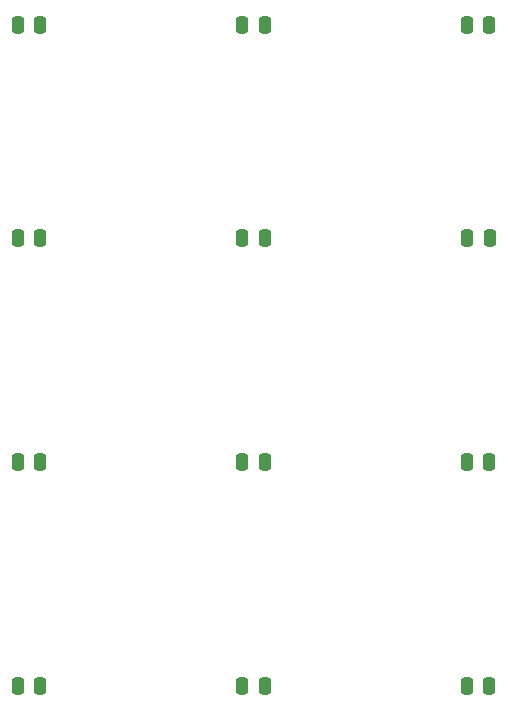
<source format=gbp>
%TF.GenerationSoftware,KiCad,Pcbnew,(6.0.1)*%
%TF.CreationDate,2022-02-13T15:50:39-08:00*%
%TF.ProjectId,keymani,6b65796d-616e-4692-9e6b-696361645f70,-*%
%TF.SameCoordinates,Original*%
%TF.FileFunction,Paste,Bot*%
%TF.FilePolarity,Positive*%
%FSLAX46Y46*%
G04 Gerber Fmt 4.6, Leading zero omitted, Abs format (unit mm)*
G04 Created by KiCad (PCBNEW (6.0.1)) date 2022-02-13 15:50:39*
%MOMM*%
%LPD*%
G01*
G04 APERTURE LIST*
G04 Aperture macros list*
%AMRoundRect*
0 Rectangle with rounded corners*
0 $1 Rounding radius*
0 $2 $3 $4 $5 $6 $7 $8 $9 X,Y pos of 4 corners*
0 Add a 4 corners polygon primitive as box body*
4,1,4,$2,$3,$4,$5,$6,$7,$8,$9,$2,$3,0*
0 Add four circle primitives for the rounded corners*
1,1,$1+$1,$2,$3*
1,1,$1+$1,$4,$5*
1,1,$1+$1,$6,$7*
1,1,$1+$1,$8,$9*
0 Add four rect primitives between the rounded corners*
20,1,$1+$1,$2,$3,$4,$5,0*
20,1,$1+$1,$4,$5,$6,$7,0*
20,1,$1+$1,$6,$7,$8,$9,0*
20,1,$1+$1,$8,$9,$2,$3,0*%
G04 Aperture macros list end*
%ADD10RoundRect,0.250000X0.250000X0.475000X-0.250000X0.475000X-0.250000X-0.475000X0.250000X-0.475000X0*%
G04 APERTURE END LIST*
D10*
%TO.C,C7*%
X135700000Y-89900000D03*
X133800000Y-89900000D03*
%TD*%
%TO.C,C1*%
X135700000Y-127900000D03*
X133800000Y-127900000D03*
%TD*%
%TO.C,C5*%
X154700000Y-108900000D03*
X152800000Y-108900000D03*
%TD*%
%TO.C,C6*%
X173700000Y-108900000D03*
X171800000Y-108900000D03*
%TD*%
%TO.C,C3*%
X173700000Y-127900000D03*
X171800000Y-127900000D03*
%TD*%
%TO.C,C11*%
X154700000Y-71900000D03*
X152800000Y-71900000D03*
%TD*%
%TO.C,C2*%
X154700000Y-127900000D03*
X152800000Y-127900000D03*
%TD*%
%TO.C,C9*%
X173750000Y-89900000D03*
X171850000Y-89900000D03*
%TD*%
%TO.C,C12*%
X173700000Y-71900000D03*
X171800000Y-71900000D03*
%TD*%
%TO.C,C8*%
X154700000Y-89900000D03*
X152800000Y-89900000D03*
%TD*%
%TO.C,C10*%
X135700000Y-71900000D03*
X133800000Y-71900000D03*
%TD*%
%TO.C,C4*%
X135700000Y-108900000D03*
X133800000Y-108900000D03*
%TD*%
M02*

</source>
